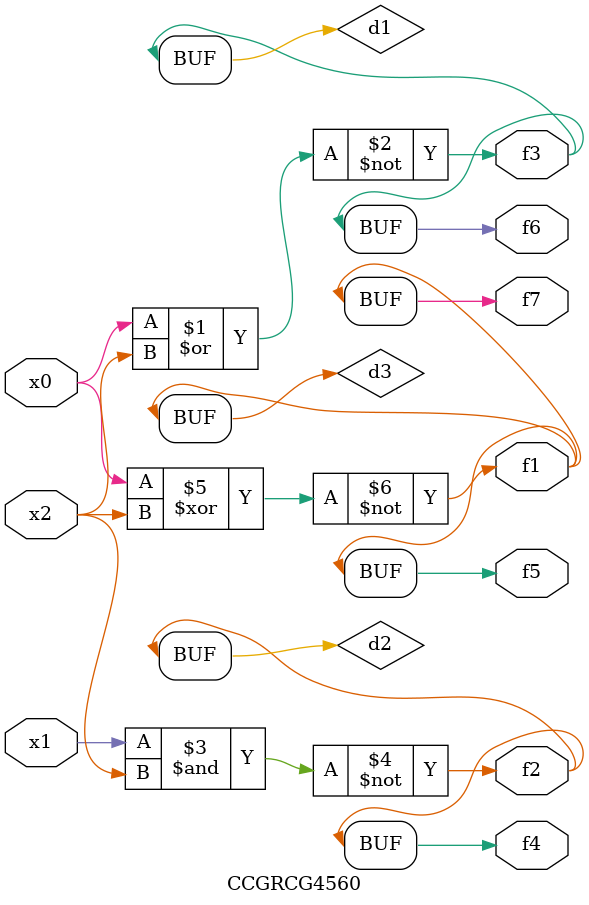
<source format=v>
module CCGRCG4560(
	input x0, x1, x2,
	output f1, f2, f3, f4, f5, f6, f7
);

	wire d1, d2, d3;

	nor (d1, x0, x2);
	nand (d2, x1, x2);
	xnor (d3, x0, x2);
	assign f1 = d3;
	assign f2 = d2;
	assign f3 = d1;
	assign f4 = d2;
	assign f5 = d3;
	assign f6 = d1;
	assign f7 = d3;
endmodule

</source>
